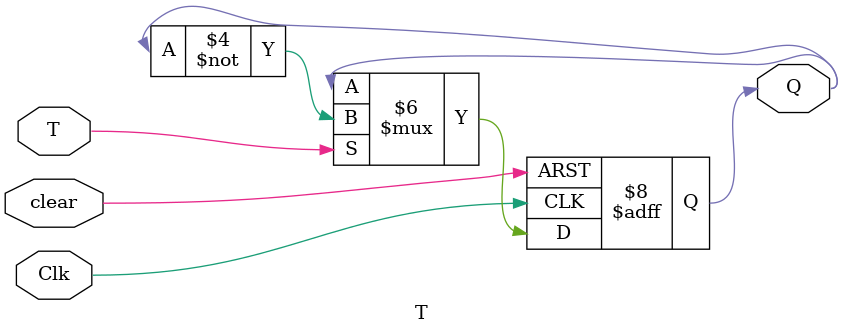
<source format=v>
`timescale 1ns / 1ps


module T(
    input Clk,
    input T,
    input clear,
    output reg Q
    );
    always@(posedge Clk or negedge clear)
    begin
        if(clear==0)             
            Q<= 0;
        else if(T== 1'b1)  
            Q <= ~Q;
        else                
            Q<= Q;
    end


endmodule

</source>
